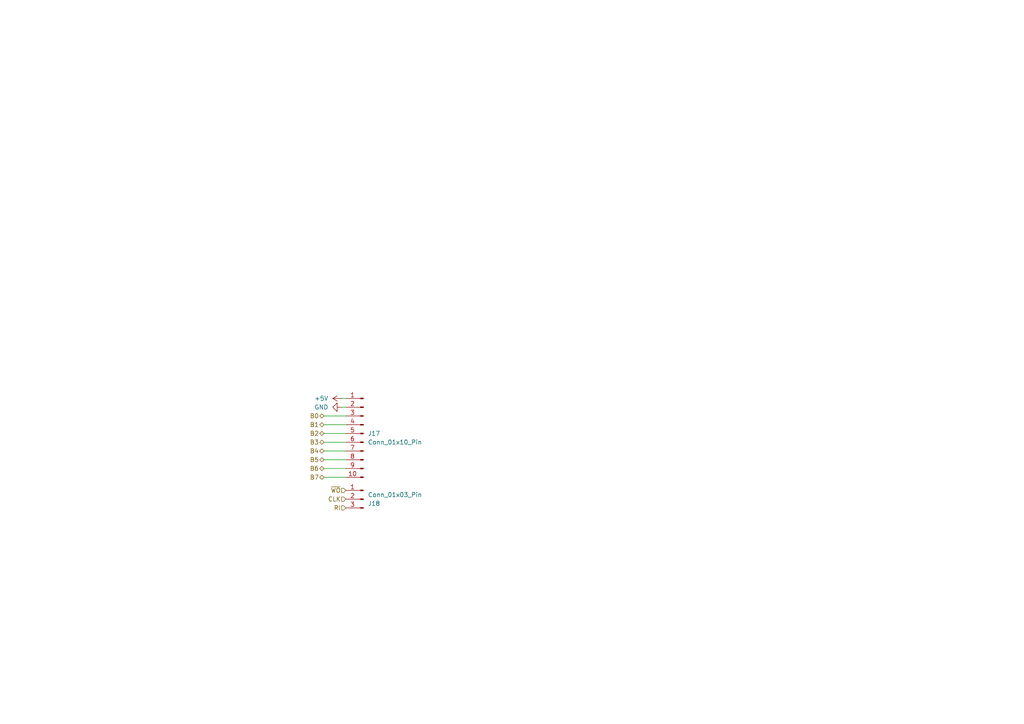
<source format=kicad_sch>
(kicad_sch (version 20231120) (generator "eeschema") (generator_version "8.0")
  (paper "A4")
  (lib_symbols
    (symbol "Connector:Conn_01x03_Pin" (pin_names (offset 1.016) hide)
      (property "Reference" "J" (at 0 5.08 0))
      (property "Value" "Conn_01x03_Pin" (at 0 -5.08 0))
      (symbol "Conn_01x03_Pin_1_1"
        (polyline (pts (xy 1.27 -2.54) (xy 0.8636 -2.54)) (stroke (width 0.1524)))
        (polyline (pts (xy 1.27 0) (xy 0.8636 0)) (stroke (width 0.1524)))
        (polyline (pts (xy 1.27 2.54) (xy 0.8636 2.54)) (stroke (width 0.1524)))
        (rectangle (start 0.8636 -2.413) (end 0 -2.667) (stroke (width 0.1524)) (fill (type outline)))
        (rectangle (start 0.8636 0.127) (end 0 -0.127) (stroke (width 0.1524)) (fill (type outline)))
        (rectangle (start 0.8636 2.667) (end 0 2.413) (stroke (width 0.1524)) (fill (type outline)))
        (pin passive line (at 5.08 2.54 180) (length 3.81) (name "Pin_1") (number "1"))
        (pin passive line (at 5.08 0 180) (length 3.81) (name "Pin_2") (number "2"))
        (pin passive line (at 5.08 -2.54 180) (length 3.81) (name "Pin_3") (number "3"))
      )
    )
    (symbol "Connector:Conn_01x10_Pin" (pin_names (offset 1.016) hide)
      (property "Reference" "J" (at 0 12.7 0))
      (property "Value" "Conn_01x10_Pin" (at 0 -15.24 0))
      (symbol "Conn_01x10_Pin_1_1"
        (polyline (pts (xy 1.27 -12.7) (xy 0.8636 -12.7)) (stroke (width 0.1524)))
        (polyline (pts (xy 1.27 -10.16) (xy 0.8636 -10.16)) (stroke (width 0.1524)))
        (polyline (pts (xy 1.27 -7.62) (xy 0.8636 -7.62)) (stroke (width 0.1524)))
        (polyline (pts (xy 1.27 -5.08) (xy 0.8636 -5.08)) (stroke (width 0.1524)))
        (polyline (pts (xy 1.27 -2.54) (xy 0.8636 -2.54)) (stroke (width 0.1524)))
        (polyline (pts (xy 1.27 0) (xy 0.8636 0)) (stroke (width 0.1524)))
        (polyline (pts (xy 1.27 2.54) (xy 0.8636 2.54)) (stroke (width 0.1524)))
        (polyline (pts (xy 1.27 5.08) (xy 0.8636 5.08)) (stroke (width 0.1524)))
        (polyline (pts (xy 1.27 7.62) (xy 0.8636 7.62)) (stroke (width 0.1524)))
        (polyline (pts (xy 1.27 10.16) (xy 0.8636 10.16)) (stroke (width 0.1524)))
        (rectangle (start 0.8636 -12.573) (end 0 -12.827) (stroke (width 0.1524)) (fill (type outline)))
        (rectangle (start 0.8636 -10.033) (end 0 -10.287) (stroke (width 0.1524)) (fill (type outline)))
        (rectangle (start 0.8636 -7.493) (end 0 -7.747) (stroke (width 0.1524)) (fill (type outline)))
        (rectangle (start 0.8636 -4.953) (end 0 -5.207) (stroke (width 0.1524)) (fill (type outline)))
        (rectangle (start 0.8636 -2.413) (end 0 -2.667) (stroke (width 0.1524)) (fill (type outline)))
        (rectangle (start 0.8636 0.127) (end 0 -0.127) (stroke (width 0.1524)) (fill (type outline)))
        (rectangle (start 0.8636 2.667) (end 0 2.413) (stroke (width 0.1524)) (fill (type outline)))
        (rectangle (start 0.8636 5.207) (end 0 4.953) (stroke (width 0.1524)) (fill (type outline)))
        (rectangle (start 0.8636 7.747) (end 0 7.493) (stroke (width 0.1524)) (fill (type outline)))
        (rectangle (start 0.8636 10.287) (end 0 10.033) (stroke (width 0.1524)) (fill (type outline)))
        (pin passive line (at 5.08 10.16 180) (length 3.81) (name "Pin_1") (number "1"))
        (pin passive line (at 5.08 -12.7 180) (length 3.81) (name "Pin_10") (number "10"))
        (pin passive line (at 5.08 7.62 180) (length 3.81) (name "Pin_2") (number "2"))
        (pin passive line (at 5.08 5.08 180) (length 3.81) (name "Pin_3") (number "3"))
        (pin passive line (at 5.08 2.54 180) (length 3.81) (name "Pin_4") (number "4"))
        (pin passive line (at 5.08 0 180) (length 3.81) (name "Pin_5") (number "5"))
        (pin passive line (at 5.08 -2.54 180) (length 3.81) (name "Pin_6") (number "6"))
        (pin passive line (at 5.08 -5.08 180) (length 3.81) (name "Pin_7") (number "7"))
        (pin passive line (at 5.08 -7.62 180) (length 3.81) (name "Pin_8") (number "8"))
        (pin passive line (at 5.08 -10.16 180) (length 3.81) (name "Pin_9") (number "9"))
      )
    )
    (symbol "power:+5V" (power) (pin_numbers hide) (pin_names (offset 0) hide)
      (property "Value" "+5V" (at 0 3.556 0))
      (symbol "+5V_0_1"
        (polyline (pts (xy -0.762 1.27) (xy 0 2.54)))
        (polyline (pts (xy 0 0) (xy 0 2.54)))
        (polyline (pts (xy 0 2.54) (xy 0.762 1.27)))
      )
      (symbol "+5V_1_1"
        (pin power_in line (at 0 0 90) (length 0) (name "~") (number "1"))
      )
    )
    (symbol "power:GND" (power) (pin_numbers hide) (pin_names (offset 0) hide)
      (property "Value" "GND" (at 0 -3.81 0))
      (symbol "GND_0_1"
        (polyline (pts (xy 0 0) (xy 0 -1.27) (xy 1.27 -1.27) (xy 0 -2.54) (xy -1.27 -1.27) (xy 0 -1.27)))
      )
      (symbol "GND_1_1"
        (pin power_in line (at 0 0 270) (length 0) (name "~") (number "1"))
      )
    )
  )
  (wire (pts (xy 100.33 135.89) (xy 93.98 135.89)))
  (wire (pts (xy 100.33 138.43) (xy 93.98 138.43)))
  (wire (pts (xy 100.33 128.27) (xy 93.98 128.27)))
  (wire (pts (xy 100.33 120.65) (xy 93.98 120.65)))
  (wire (pts (xy 99.06 115.57) (xy 100.33 115.57)))
  (wire (pts (xy 100.33 123.19) (xy 93.98 123.19)))
  (wire (pts (xy 100.33 125.73) (xy 93.98 125.73)))
  (wire (pts (xy 100.33 118.11) (xy 99.06 118.11)))
  (wire (pts (xy 100.33 130.81) (xy 93.98 130.81)))
  (wire (pts (xy 100.33 133.35) (xy 93.98 133.35)))
  (hierarchical_label "B5" (shape bidirectional) (at 93.98 133.35 180))
  (hierarchical_label "B2" (shape bidirectional) (at 93.98 125.73 180))
  (hierarchical_label "B0" (shape bidirectional) (at 93.98 120.65 180))
  (hierarchical_label "B4" (shape bidirectional) (at 93.98 130.81 180))
  (hierarchical_label "B3" (shape bidirectional) (at 93.98 128.27 180))
  (hierarchical_label "B6" (shape bidirectional) (at 93.98 135.89 180))
  (hierarchical_label "B7" (shape bidirectional) (at 93.98 138.43 180))
  (hierarchical_label "RI" (shape input) (at 100.33 147.32 180))
  (hierarchical_label "CLK" (shape input) (at 100.33 144.78 180))
  (hierarchical_label "B1" (shape bidirectional) (at 93.98 123.19 180))
  (hierarchical_label "~{WO}" (shape input) (at 100.33 142.24 180))
  (symbol (lib_id "power:GND") (at 99.06 118.11 270) (mirror x) (unit 1)
    (property "Reference" "#PWR020" (effects (hide yes)))
    (property "Value" "GND" (at 95.25 118.1099 90) (effects (justify right)))
    (property "Description" "Power symbol creates a global label with name \"GND\" , ground" (effects (hide yes)))
  )
  (symbol (lib_id "Connector:Conn_01x10_Pin") (at 105.41 125.73 0) (mirror y) (unit 1)
    (property "Reference" "J17" (at 106.68 125.7299 0) (effects (justify right)))
    (property "Value" "Conn_01x10_Pin" (at 106.68 128.2699 0) (effects (justify right)))
    (property "Footprint" "Connector_PinHeader_2.54mm:PinHeader_1x10_P2.54mm_Vertical" (effects (hide yes)))
    (property "Description" "Generic connector, single row, 01x10, script generated" (effects (hide yes)))
  )
  (symbol (lib_id "Connector:Conn_01x03_Pin") (at 105.41 144.78 0) (mirror y) (unit 1)
    (property "Reference" "J18" (at 106.68 146.0501 0) (effects (justify right)))
    (property "Value" "Conn_01x03_Pin" (at 106.68 143.5101 0) (effects (justify right)))
    (property "Footprint" "Connector_PinHeader_2.54mm:PinHeader_1x03_P2.54mm_Vertical" (effects (hide yes)))
    (property "Description" "Generic connector, single row, 01x03, script generated" (effects (hide yes)))
  )
  (symbol (lib_id "power:+5V") (at 99.06 115.57 90) (mirror x) (unit 1)
    (property "Reference" "#PWR019" (effects (hide yes)))
    (property "Value" "+5V" (at 95.25 115.5699 90) (effects (justify left)))
    (property "Description" "Power symbol creates a global label with name \"+5V\"" (effects (hide yes)))
  )
)
</source>
